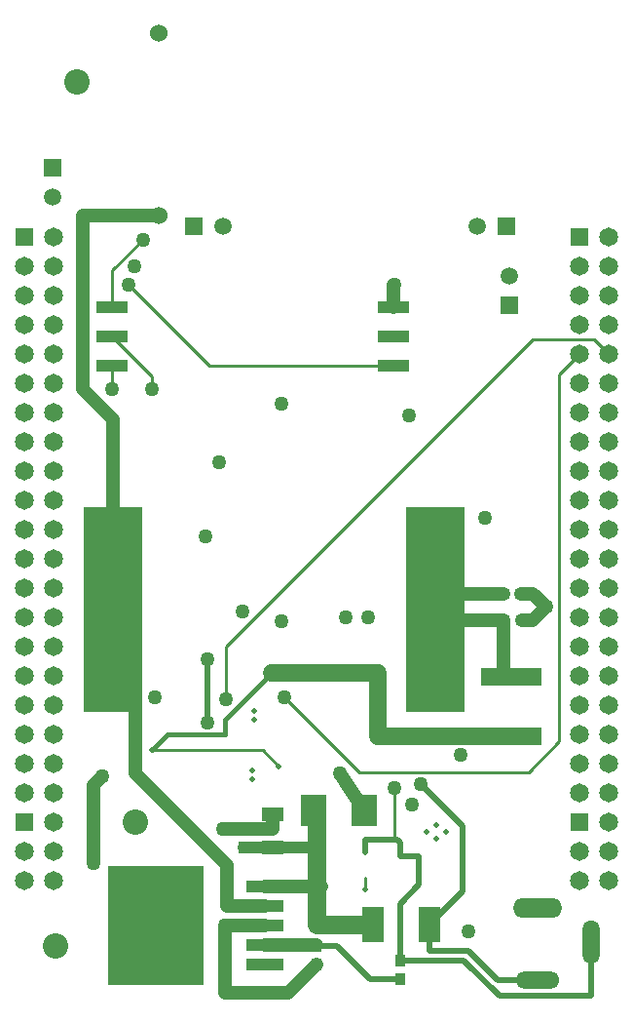
<source format=gbl>
%FSLAX25Y25*%
%MOIN*%
G70*
G01*
G75*
G04 Layer_Physical_Order=4*
G04 Layer_Color=16711680*
%ADD10R,0.03937X0.03740*%
%ADD11O,0.06299X0.02362*%
%ADD12O,0.02362X0.06299*%
%ADD13R,0.03150X0.02362*%
%ADD14R,0.08661X0.03937*%
%ADD15R,0.04724X0.03937*%
%ADD16O,0.02362X0.00984*%
%ADD17R,0.04724X0.07874*%
%ADD18R,0.03150X0.03150*%
%ADD19R,0.06300X0.05000*%
%ADD20R,0.05906X0.07480*%
%ADD21O,0.00945X0.02362*%
%ADD22R,0.08465X0.06693*%
%ADD23R,0.03740X0.03937*%
%ADD24R,0.02362X0.05906*%
%ADD25C,0.04500*%
%ADD26C,0.03500*%
%ADD27C,0.02000*%
%ADD28C,0.01000*%
%ADD29C,0.06300*%
%ADD30C,0.04000*%
%ADD31C,0.06500*%
%ADD32C,0.06000*%
%ADD33C,0.02200*%
%ADD34R,0.01732X0.00787*%
%ADD35C,0.06000*%
%ADD36O,0.16929X0.06693*%
%ADD37O,0.05906X0.14961*%
%ADD38O,0.14961X0.05906*%
%ADD39C,0.05906*%
%ADD40R,0.05906X0.05906*%
%ADD41C,0.08700*%
%ADD42C,0.06496*%
%ADD43R,0.06496X0.06496*%
%ADD44R,0.05906X0.05906*%
%ADD45C,0.05000*%
%ADD46C,0.02000*%
%ADD47C,0.01969*%
%ADD48R,0.11024X0.03937*%
%ADD49R,0.07284X0.05118*%
%ADD50R,0.07717X0.12402*%
%ADD51R,0.08500X0.10799*%
%ADD52R,0.20866X0.06299*%
%ADD53R,0.12598X0.04134*%
%ADD54R,0.32677X0.41142*%
%ADD55R,0.20079X0.70079*%
%ADD56C,0.01500*%
D10*
X177555Y-199500D02*
D03*
X171256D02*
D03*
X177650Y-208500D02*
D03*
X171350D02*
D03*
D23*
X82500Y-279850D02*
D03*
Y-286150D02*
D03*
X107500Y-319850D02*
D03*
Y-326150D02*
D03*
X136000Y-324850D02*
D03*
Y-331150D02*
D03*
D25*
X37893Y-205011D02*
Y-139893D01*
X27500Y-129500D02*
X37893Y-139893D01*
X27500Y-129500D02*
Y-70200D01*
X53500D01*
X31000Y-291500D02*
Y-265000D01*
X34000Y-262000D01*
X133913Y-101646D02*
Y-94087D01*
X177650Y-208500D02*
X181500D01*
X186000Y-204000D01*
X181500Y-199500D02*
X186000Y-204000D01*
X177555Y-199500D02*
X181500D01*
X115500Y-261000D02*
X123701Y-273500D01*
X75500Y-279850D02*
X82500D01*
X92500D01*
Y-274791D01*
X75500Y-280000D02*
Y-279850D01*
X76000Y-336000D02*
Y-313000D01*
Y-336000D02*
X97650D01*
X107500Y-326150D01*
X76000Y-313000D02*
X89622D01*
X171350Y-227764D02*
Y-208500D01*
X151618D02*
X171350D01*
X153639Y-199500D02*
X171256D01*
X45500Y-261000D02*
Y-212618D01*
Y-261000D02*
X76807Y-292307D01*
Y-306307D02*
Y-292307D01*
Y-306307D02*
X89622D01*
Y-319693D02*
X107500D01*
X89622Y-299614D02*
X109000D01*
D27*
X143000Y-264500D02*
X157500Y-279000D01*
Y-301165D02*
Y-279000D01*
X146165Y-312500D02*
X157500Y-301165D01*
X146165Y-321500D02*
Y-312500D01*
Y-321500D02*
X159500D01*
X169500Y-331500D01*
X183000D01*
X201504Y-337000D02*
Y-318700D01*
X170000Y-337000D02*
X201504D01*
X157850Y-324850D02*
X170000Y-337000D01*
X136000Y-324850D02*
X157850D01*
X70000Y-243500D02*
Y-222000D01*
X136000Y-289350D02*
X142500D01*
Y-299000D02*
Y-289350D01*
X136000Y-305500D02*
X142500Y-299000D01*
X136000Y-324850D02*
Y-305500D01*
X125650Y-331150D02*
X136000D01*
X114350Y-319850D02*
X125650Y-331150D01*
X107500Y-319850D02*
X114350D01*
X124000Y-287800D02*
Y-283500D01*
X135000D01*
X136000Y-284500D01*
Y-289350D02*
Y-284500D01*
D28*
X51000Y-253000D02*
X89000D01*
X94500Y-258500D01*
X180000Y-260500D02*
X190500Y-250000D01*
X142000Y-260500D02*
X180000D01*
X190500Y-250000D02*
Y-124500D01*
X197500Y-117500D01*
X124000Y-300500D02*
Y-296500D01*
X134000Y-282500D02*
X135000Y-283500D01*
X134000Y-282500D02*
Y-266000D01*
X202500Y-112500D02*
X207500Y-117500D01*
X181500Y-112500D02*
X202500D01*
X76500Y-217500D02*
X181500Y-112500D01*
X76500Y-235500D02*
Y-217500D01*
X43000Y-94000D02*
X70646Y-121646D01*
X133913D01*
X37500Y-129500D02*
Y-121732D01*
X51000Y-129500D02*
Y-125232D01*
X37413Y-111646D02*
X51000Y-125232D01*
X37413Y-89087D02*
X48000Y-78500D01*
X37413Y-101646D02*
Y-89087D01*
X122000Y-260500D02*
X142000D01*
X96500Y-235000D02*
X122000Y-260500D01*
D29*
X107500Y-312500D02*
Y-274201D01*
Y-312500D02*
X126835D01*
D30*
X82500Y-286150D02*
X106850D01*
D32*
X128500Y-248236D02*
X174000D01*
X92000Y-226500D02*
X128500D01*
Y-244000D02*
Y-226500D01*
Y-248236D02*
Y-244000D01*
D35*
X53500Y-70200D02*
D03*
Y-7800D02*
D03*
D36*
X183000Y-306900D02*
D03*
D37*
X201504Y-318700D02*
D03*
D38*
X183000Y-331500D02*
D03*
D39*
X162500Y-74000D02*
D03*
X75500D02*
D03*
X17000Y-64000D02*
D03*
X173500Y-91000D02*
D03*
D40*
X172500Y-74000D02*
D03*
X65500D02*
D03*
D41*
X45500Y-277500D02*
D03*
X25500Y-24500D02*
D03*
X18000Y-320000D02*
D03*
D42*
X17500Y-167500D02*
D03*
X7500D02*
D03*
X17500Y-157500D02*
D03*
X7500D02*
D03*
X17500Y-147500D02*
D03*
X7500D02*
D03*
X17500Y-77500D02*
D03*
X7500Y-87500D02*
D03*
X17500D02*
D03*
X7500Y-97500D02*
D03*
X17500D02*
D03*
X7500Y-107500D02*
D03*
X17500D02*
D03*
X7500Y-117500D02*
D03*
X17500D02*
D03*
X7500Y-127500D02*
D03*
X17500D02*
D03*
X7500Y-137500D02*
D03*
X17500D02*
D03*
X7500Y-177500D02*
D03*
X17500D02*
D03*
X7500Y-187500D02*
D03*
X17500D02*
D03*
X7500Y-197500D02*
D03*
X17500D02*
D03*
X7500Y-207500D02*
D03*
X17500D02*
D03*
X7500Y-217500D02*
D03*
X17500D02*
D03*
X7500Y-227500D02*
D03*
X17500D02*
D03*
X7500Y-237500D02*
D03*
X17500D02*
D03*
X7500Y-247500D02*
D03*
X17500D02*
D03*
X7500Y-257500D02*
D03*
X17500D02*
D03*
X7500Y-267500D02*
D03*
X17500D02*
D03*
X207500Y-167500D02*
D03*
X197500D02*
D03*
X207500Y-157500D02*
D03*
X197500D02*
D03*
X207500Y-147500D02*
D03*
X197500D02*
D03*
X207500Y-77500D02*
D03*
X197500Y-87500D02*
D03*
X207500D02*
D03*
X197500Y-97500D02*
D03*
X207500D02*
D03*
X197500Y-107500D02*
D03*
X207500D02*
D03*
X197500Y-117500D02*
D03*
X207500D02*
D03*
X197500Y-127500D02*
D03*
X207500D02*
D03*
X197500Y-137500D02*
D03*
X207500D02*
D03*
X197500Y-177500D02*
D03*
X207500D02*
D03*
X197500Y-187500D02*
D03*
X207500D02*
D03*
X197500Y-197500D02*
D03*
X207500D02*
D03*
X197500Y-207500D02*
D03*
X207500D02*
D03*
X197500Y-217500D02*
D03*
X207500D02*
D03*
X197500Y-227500D02*
D03*
X207500D02*
D03*
X197500Y-237500D02*
D03*
X207500D02*
D03*
X197500Y-247500D02*
D03*
X207500D02*
D03*
X197500Y-257500D02*
D03*
X207500D02*
D03*
X197500Y-267500D02*
D03*
X207500D02*
D03*
Y-297500D02*
D03*
X197500D02*
D03*
X207500Y-287500D02*
D03*
X197500D02*
D03*
X207500Y-277500D02*
D03*
X17500Y-297500D02*
D03*
X7500D02*
D03*
X17500Y-287500D02*
D03*
X7500D02*
D03*
X17500Y-277500D02*
D03*
D43*
X7500Y-77500D02*
D03*
X197500D02*
D03*
Y-277500D02*
D03*
X7500D02*
D03*
D44*
X17000Y-54000D02*
D03*
X173500Y-101000D02*
D03*
D45*
X31000Y-291500D02*
D03*
X34000Y-262000D02*
D03*
X143000Y-264500D02*
D03*
X159500Y-315000D02*
D03*
X134000Y-94000D02*
D03*
X186000Y-204000D02*
D03*
X75500Y-280000D02*
D03*
X76000Y-313000D02*
D03*
X95319Y-209000D02*
D03*
X45000Y-87500D02*
D03*
X139000Y-138500D02*
D03*
X95500Y-134500D02*
D03*
X74000Y-154500D02*
D03*
X69500Y-180000D02*
D03*
X165000Y-173500D02*
D03*
X156799Y-254701D02*
D03*
X82000Y-205500D02*
D03*
X117500Y-207500D02*
D03*
X125000D02*
D03*
X52000Y-235000D02*
D03*
X115500Y-261000D02*
D03*
X134000Y-266000D02*
D03*
X92000Y-226500D02*
D03*
X70000Y-243500D02*
D03*
Y-222000D02*
D03*
X43000Y-94000D02*
D03*
X37500Y-129500D02*
D03*
X51000D02*
D03*
X48000Y-78500D02*
D03*
X76500Y-235500D02*
D03*
X96500Y-235000D02*
D03*
X128500Y-244000D02*
D03*
X140000Y-271500D02*
D03*
D46*
X124000Y-300500D02*
D03*
X51000Y-253000D02*
D03*
X94500Y-258500D02*
D03*
D47*
X86000Y-242550D02*
D03*
Y-239450D02*
D03*
X85500Y-263050D02*
D03*
Y-259950D02*
D03*
X148500Y-283362D02*
D03*
X145252Y-281000D02*
D03*
X148500Y-278638D02*
D03*
X151748Y-281000D02*
D03*
D48*
X133913Y-101646D02*
D03*
Y-111646D02*
D03*
Y-121646D02*
D03*
X37413Y-101646D02*
D03*
Y-111646D02*
D03*
Y-121646D02*
D03*
D49*
X92500Y-274791D02*
D03*
Y-286209D02*
D03*
D50*
X146165Y-312500D02*
D03*
X126835D02*
D03*
D51*
X123701Y-273500D02*
D03*
X106299D02*
D03*
D52*
X174000Y-227764D02*
D03*
Y-248236D02*
D03*
D53*
X89622Y-299614D02*
D03*
Y-306307D02*
D03*
Y-313000D02*
D03*
Y-319693D02*
D03*
Y-326386D02*
D03*
D54*
X52417Y-313000D02*
D03*
D55*
X37893Y-205011D02*
D03*
X148129D02*
D03*
D56*
X51000Y-253000D02*
X56500Y-247500D01*
X76000D01*
Y-242500D01*
X92000Y-226500D01*
M02*

</source>
